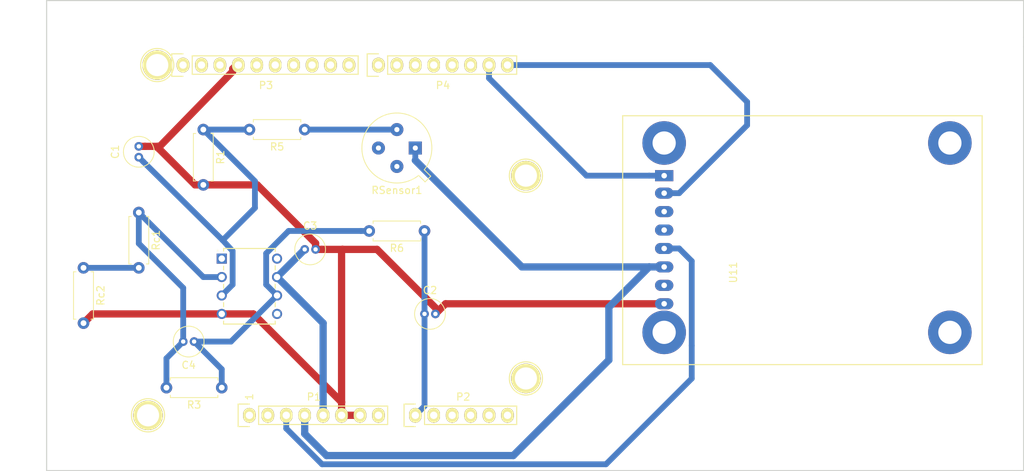
<source format=kicad_pcb>
(kicad_pcb (version 20171130) (host pcbnew 5.1.5-52549c5~84~ubuntu18.04.1)

  (general
    (thickness 1.6)
    (drawings 25)
    (tracks 91)
    (zones 0)
    (modules 21)
    (nets 46)
  )

  (page A4)
  (title_block
    (date "lun. 30 mars 2015")
  )

  (layers
    (0 F.Cu signal)
    (31 B.Cu signal)
    (32 B.Adhes user)
    (33 F.Adhes user)
    (34 B.Paste user)
    (35 F.Paste user)
    (36 B.SilkS user)
    (37 F.SilkS user)
    (38 B.Mask user)
    (39 F.Mask user)
    (40 Dwgs.User user)
    (41 Cmts.User user)
    (42 Eco1.User user)
    (43 Eco2.User user)
    (44 Edge.Cuts user)
    (45 Margin user)
    (46 B.CrtYd user)
    (47 F.CrtYd user)
    (48 B.Fab user)
    (49 F.Fab user)
  )

  (setup
    (last_trace_width 0.8)
    (trace_clearance 0.4)
    (zone_clearance 0.508)
    (zone_45_only no)
    (trace_min 0.2)
    (via_size 1.6)
    (via_drill 0.8)
    (via_min_size 0.4)
    (via_min_drill 0.3)
    (uvia_size 0.3)
    (uvia_drill 0.1)
    (uvias_allowed no)
    (uvia_min_size 0.2)
    (uvia_min_drill 0.1)
    (edge_width 0.15)
    (segment_width 0.15)
    (pcb_text_width 0.3)
    (pcb_text_size 1.5 1.5)
    (mod_edge_width 0.15)
    (mod_text_size 1 1)
    (mod_text_width 0.15)
    (pad_size 4.064 4.064)
    (pad_drill 3.048)
    (pad_to_mask_clearance 0)
    (aux_axis_origin 110.998 126.365)
    (visible_elements FFFFFF7F)
    (pcbplotparams
      (layerselection 0x00030_80000001)
      (usegerberextensions false)
      (usegerberattributes false)
      (usegerberadvancedattributes false)
      (creategerberjobfile false)
      (excludeedgelayer true)
      (linewidth 0.100000)
      (plotframeref false)
      (viasonmask false)
      (mode 1)
      (useauxorigin false)
      (hpglpennumber 1)
      (hpglpenspeed 20)
      (hpglpendiameter 15.000000)
      (psnegative false)
      (psa4output false)
      (plotreference true)
      (plotvalue true)
      (plotinvisibletext false)
      (padsonsilk false)
      (subtractmaskfromsilk false)
      (outputformat 1)
      (mirror false)
      (drillshape 1)
      (scaleselection 1)
      (outputdirectory ""))
  )

  (net 0 "")
  (net 1 /IOREF)
  (net 2 /Reset)
  (net 3 /Vin)
  (net 4 /A0)
  (net 5 /A1)
  (net 6 /A2)
  (net 7 /A3)
  (net 8 /AREF)
  (net 9 "/A4(SDA)")
  (net 10 "/A5(SCL)")
  (net 11 "/9(**)")
  (net 12 /8)
  (net 13 /7)
  (net 14 "/6(**)")
  (net 15 "/5(**)")
  (net 16 /4)
  (net 17 "/3(**)")
  (net 18 /2)
  (net 19 "/1(Tx)")
  (net 20 "/0(Rx)")
  (net 21 "Net-(P5-Pad1)")
  (net 22 "Net-(P6-Pad1)")
  (net 23 "Net-(P7-Pad1)")
  (net 24 "Net-(P8-Pad1)")
  (net 25 "/13(SCK)")
  (net 26 "/10(**/SS)")
  (net 27 "Net-(P1-Pad1)")
  (net 28 +3V3)
  (net 29 "/12(MISO)")
  (net 30 "/11(**/MOSI)")
  (net 31 "Net-(C1-Pad1)")
  (net 32 "Net-(C4-Pad1)")
  (net 33 "Net-(C4-Pad2)")
  (net 34 "Net-(P2-Pad5)")
  (net 35 "Net-(P2-Pad6)")
  (net 36 "Net-(R5-Pad1)")
  (net 37 "Net-(Rc1-Pad2)")
  (net 38 "Net-(U1-Pad1)")
  (net 39 "Net-(U1-Pad5)")
  (net 40 "Net-(U1-Pad8)")
  (net 41 "Net-(U11-Pad3)")
  (net 42 "Net-(U11-Pad4)")
  (net 43 "Net-(U11-Pad7)")
  (net 44 GND)
  (net 45 +5V)

  (net_class Default "This is the default net class."
    (clearance 0.4)
    (trace_width 0.8)
    (via_dia 1.6)
    (via_drill 0.8)
    (uvia_dia 0.3)
    (uvia_drill 0.1)
    (add_net "/0(Rx)")
    (add_net "/1(Tx)")
    (add_net "/10(**/SS)")
    (add_net "/11(**/MOSI)")
    (add_net "/12(MISO)")
    (add_net "/13(SCK)")
    (add_net /2)
    (add_net "/3(**)")
    (add_net /4)
    (add_net "/5(**)")
    (add_net "/6(**)")
    (add_net /7)
    (add_net /8)
    (add_net "/9(**)")
    (add_net /A0)
    (add_net /A1)
    (add_net /A2)
    (add_net /A3)
    (add_net "/A4(SDA)")
    (add_net "/A5(SCL)")
    (add_net /AREF)
    (add_net /IOREF)
    (add_net /Reset)
    (add_net /Vin)
    (add_net "Net-(C1-Pad1)")
    (add_net "Net-(C4-Pad1)")
    (add_net "Net-(C4-Pad2)")
    (add_net "Net-(P1-Pad1)")
    (add_net "Net-(P2-Pad5)")
    (add_net "Net-(P2-Pad6)")
    (add_net "Net-(P5-Pad1)")
    (add_net "Net-(P6-Pad1)")
    (add_net "Net-(P7-Pad1)")
    (add_net "Net-(P8-Pad1)")
    (add_net "Net-(R5-Pad1)")
    (add_net "Net-(Rc1-Pad2)")
    (add_net "Net-(U1-Pad1)")
    (add_net "Net-(U1-Pad5)")
    (add_net "Net-(U1-Pad8)")
    (add_net "Net-(U11-Pad3)")
    (add_net "Net-(U11-Pad4)")
    (add_net "Net-(U11-Pad7)")
  )

  (net_class Power ""
    (clearance 0.4)
    (trace_width 1)
    (via_dia 1.6)
    (via_drill 0.8)
    (uvia_dia 0.3)
    (uvia_drill 0.1)
    (add_net +3V3)
    (add_net +5V)
    (add_net GND)
  )

  (module MyComponent:RN2483_Breakout (layer F.Cu) (tedit 5DFF7E58) (tstamp 5E1A2D01)
    (at 196.088 90.805 270)
    (path /5E1CD92C)
    (fp_text reference U11 (at 13.335 -9.525 90) (layer F.SilkS)
      (effects (font (size 1 1) (thickness 0.15)))
    )
    (fp_text value RN2483A (at 10.795 3.175 90) (layer F.Fab)
      (effects (font (size 1 1) (thickness 0.15)))
    )
    (fp_line (start -8.255 5.715) (end 26.035 5.715) (layer F.SilkS) (width 0.15))
    (fp_line (start 26.035 5.715) (end 26.035 -43.815) (layer F.SilkS) (width 0.15))
    (fp_line (start 26.035 -43.815) (end -8.255 -43.815) (layer F.SilkS) (width 0.15))
    (fp_line (start -8.255 -43.815) (end -8.255 5.715) (layer F.SilkS) (width 0.15))
    (pad 1 thru_hole rect (at 0 0 270) (size 1.524 2.524) (drill 0.762) (layers *.Cu *.Mask)
      (net 19 "/1(Tx)"))
    (pad 2 thru_hole oval (at 2.413 0 270) (size 1.524 2.524) (drill 0.762) (layers *.Cu *.Mask)
      (net 20 "/0(Rx)"))
    (pad 3 thru_hole oval (at 4.953 0 270) (size 1.524 2.524) (drill 0.762) (layers *.Cu *.Mask)
      (net 41 "Net-(U11-Pad3)"))
    (pad 4 thru_hole oval (at 7.493 0 270) (size 1.524 2.524) (drill 0.762) (layers *.Cu *.Mask)
      (net 42 "Net-(U11-Pad4)"))
    (pad 6 thru_hole oval (at 12.573 0 270) (size 1.524 2.524) (drill 0.762) (layers *.Cu *.Mask)
      (net 28 +3V3))
    (pad 5 thru_hole oval (at 10.033 0 270) (size 1.524 2.524) (drill 0.762) (layers *.Cu *.Mask)
      (net 2 /Reset))
    (pad 7 thru_hole oval (at 15.113 0 270) (size 1.524 2.524) (drill 0.762) (layers *.Cu *.Mask)
      (net 43 "Net-(U11-Pad7)"))
    (pad 8 thru_hole oval (at 17.653 0 270) (size 1.524 2.524) (drill 0.762) (layers *.Cu *.Mask)
      (net 44 GND))
    (pad "" np_thru_hole circle (at -4.5 0 270) (size 6 6) (drill 3.2) (layers *.Cu *.Mask))
    (pad "" np_thru_hole circle (at 21.59 0 270) (size 6 6) (drill 3.2) (layers *.Cu *.Mask))
    (pad "" np_thru_hole circle (at -4.5 -39.37 270) (size 6 6) (drill 3.2) (layers *.Cu *.Mask))
    (pad "" np_thru_hole circle (at 21.59 -39.37 270) (size 6 6) (drill 3.2) (layers *.Cu *.Mask))
  )

  (module Socket_Arduino_Uno:Socket_Strip_Arduino_1x08 locked (layer F.Cu) (tedit 552168D2) (tstamp 551AF9EA)
    (at 138.938 123.825)
    (descr "Through hole socket strip")
    (tags "socket strip")
    (path /56D70129)
    (fp_text reference P1 (at 8.89 -2.54) (layer F.SilkS)
      (effects (font (size 1 1) (thickness 0.15)))
    )
    (fp_text value Power (at 8.89 -4.064) (layer F.Fab)
      (effects (font (size 1 1) (thickness 0.15)))
    )
    (fp_line (start -1.75 -1.75) (end -1.75 1.75) (layer F.CrtYd) (width 0.05))
    (fp_line (start 19.55 -1.75) (end 19.55 1.75) (layer F.CrtYd) (width 0.05))
    (fp_line (start -1.75 -1.75) (end 19.55 -1.75) (layer F.CrtYd) (width 0.05))
    (fp_line (start -1.75 1.75) (end 19.55 1.75) (layer F.CrtYd) (width 0.05))
    (fp_line (start 1.27 1.27) (end 19.05 1.27) (layer F.SilkS) (width 0.15))
    (fp_line (start 19.05 1.27) (end 19.05 -1.27) (layer F.SilkS) (width 0.15))
    (fp_line (start 19.05 -1.27) (end 1.27 -1.27) (layer F.SilkS) (width 0.15))
    (fp_line (start -1.55 1.55) (end 0 1.55) (layer F.SilkS) (width 0.15))
    (fp_line (start 1.27 1.27) (end 1.27 -1.27) (layer F.SilkS) (width 0.15))
    (fp_line (start 0 -1.55) (end -1.55 -1.55) (layer F.SilkS) (width 0.15))
    (fp_line (start -1.55 -1.55) (end -1.55 1.55) (layer F.SilkS) (width 0.15))
    (pad 1 thru_hole oval (at 0 0) (size 1.7272 2.032) (drill 1.016) (layers *.Cu *.Mask F.SilkS)
      (net 27 "Net-(P1-Pad1)"))
    (pad 2 thru_hole oval (at 2.54 0) (size 1.7272 2.032) (drill 1.016) (layers *.Cu *.Mask F.SilkS)
      (net 1 /IOREF))
    (pad 3 thru_hole oval (at 5.08 0) (size 1.7272 2.032) (drill 1.016) (layers *.Cu *.Mask F.SilkS)
      (net 2 /Reset))
    (pad 4 thru_hole oval (at 7.62 0) (size 1.7272 2.032) (drill 1.016) (layers *.Cu *.Mask F.SilkS)
      (net 28 +3V3))
    (pad 5 thru_hole oval (at 10.16 0) (size 1.7272 2.032) (drill 1.016) (layers *.Cu *.Mask F.SilkS)
      (net 45 +5V))
    (pad 6 thru_hole oval (at 12.7 0) (size 1.7272 2.032) (drill 1.016) (layers *.Cu *.Mask F.SilkS)
      (net 44 GND))
    (pad 7 thru_hole oval (at 15.24 0) (size 1.7272 2.032) (drill 1.016) (layers *.Cu *.Mask F.SilkS)
      (net 44 GND))
    (pad 8 thru_hole oval (at 17.78 0) (size 1.7272 2.032) (drill 1.016) (layers *.Cu *.Mask F.SilkS)
      (net 3 /Vin))
    (model ${KIPRJMOD}/Socket_Arduino_Uno.3dshapes/Socket_header_Arduino_1x08.wrl
      (offset (xyz 8.889999866485596 0 0))
      (scale (xyz 1 1 1))
      (rotate (xyz 0 0 180))
    )
  )

  (module Socket_Arduino_Uno:Socket_Strip_Arduino_1x06 locked (layer F.Cu) (tedit 552168D6) (tstamp 551AF9FF)
    (at 161.798 123.825)
    (descr "Through hole socket strip")
    (tags "socket strip")
    (path /56D70DD8)
    (fp_text reference P2 (at 6.604 -2.54) (layer F.SilkS)
      (effects (font (size 1 1) (thickness 0.15)))
    )
    (fp_text value Analog (at 6.604 -4.064) (layer F.Fab)
      (effects (font (size 1 1) (thickness 0.15)))
    )
    (fp_line (start -1.75 -1.75) (end -1.75 1.75) (layer F.CrtYd) (width 0.05))
    (fp_line (start 14.45 -1.75) (end 14.45 1.75) (layer F.CrtYd) (width 0.05))
    (fp_line (start -1.75 -1.75) (end 14.45 -1.75) (layer F.CrtYd) (width 0.05))
    (fp_line (start -1.75 1.75) (end 14.45 1.75) (layer F.CrtYd) (width 0.05))
    (fp_line (start 1.27 1.27) (end 13.97 1.27) (layer F.SilkS) (width 0.15))
    (fp_line (start 13.97 1.27) (end 13.97 -1.27) (layer F.SilkS) (width 0.15))
    (fp_line (start 13.97 -1.27) (end 1.27 -1.27) (layer F.SilkS) (width 0.15))
    (fp_line (start -1.55 1.55) (end 0 1.55) (layer F.SilkS) (width 0.15))
    (fp_line (start 1.27 1.27) (end 1.27 -1.27) (layer F.SilkS) (width 0.15))
    (fp_line (start 0 -1.55) (end -1.55 -1.55) (layer F.SilkS) (width 0.15))
    (fp_line (start -1.55 -1.55) (end -1.55 1.55) (layer F.SilkS) (width 0.15))
    (pad 1 thru_hole oval (at 0 0) (size 1.7272 2.032) (drill 1.016) (layers *.Cu *.Mask F.SilkS)
      (net 4 /A0))
    (pad 2 thru_hole oval (at 2.54 0) (size 1.7272 2.032) (drill 1.016) (layers *.Cu *.Mask F.SilkS)
      (net 5 /A1))
    (pad 3 thru_hole oval (at 5.08 0) (size 1.7272 2.032) (drill 1.016) (layers *.Cu *.Mask F.SilkS)
      (net 6 /A2))
    (pad 4 thru_hole oval (at 7.62 0) (size 1.7272 2.032) (drill 1.016) (layers *.Cu *.Mask F.SilkS)
      (net 7 /A3))
    (pad 5 thru_hole oval (at 10.16 0) (size 1.7272 2.032) (drill 1.016) (layers *.Cu *.Mask F.SilkS)
      (net 34 "Net-(P2-Pad5)"))
    (pad 6 thru_hole oval (at 12.7 0) (size 1.7272 2.032) (drill 1.016) (layers *.Cu *.Mask F.SilkS)
      (net 35 "Net-(P2-Pad6)"))
    (model ${KIPRJMOD}/Socket_Arduino_Uno.3dshapes/Socket_header_Arduino_1x06.wrl
      (offset (xyz 6.349999904632568 0 0))
      (scale (xyz 1 1 1))
      (rotate (xyz 0 0 180))
    )
  )

  (module Socket_Arduino_Uno:Socket_Strip_Arduino_1x10 locked (layer F.Cu) (tedit 552168BF) (tstamp 551AFA18)
    (at 129.794 75.565)
    (descr "Through hole socket strip")
    (tags "socket strip")
    (path /56D721E0)
    (fp_text reference P3 (at 11.43 2.794) (layer F.SilkS)
      (effects (font (size 1 1) (thickness 0.15)))
    )
    (fp_text value Digital (at 11.43 4.318) (layer F.Fab)
      (effects (font (size 1 1) (thickness 0.15)))
    )
    (fp_line (start -1.75 -1.75) (end -1.75 1.75) (layer F.CrtYd) (width 0.05))
    (fp_line (start 24.65 -1.75) (end 24.65 1.75) (layer F.CrtYd) (width 0.05))
    (fp_line (start -1.75 -1.75) (end 24.65 -1.75) (layer F.CrtYd) (width 0.05))
    (fp_line (start -1.75 1.75) (end 24.65 1.75) (layer F.CrtYd) (width 0.05))
    (fp_line (start 1.27 1.27) (end 24.13 1.27) (layer F.SilkS) (width 0.15))
    (fp_line (start 24.13 1.27) (end 24.13 -1.27) (layer F.SilkS) (width 0.15))
    (fp_line (start 24.13 -1.27) (end 1.27 -1.27) (layer F.SilkS) (width 0.15))
    (fp_line (start -1.55 1.55) (end 0 1.55) (layer F.SilkS) (width 0.15))
    (fp_line (start 1.27 1.27) (end 1.27 -1.27) (layer F.SilkS) (width 0.15))
    (fp_line (start 0 -1.55) (end -1.55 -1.55) (layer F.SilkS) (width 0.15))
    (fp_line (start -1.55 -1.55) (end -1.55 1.55) (layer F.SilkS) (width 0.15))
    (pad 1 thru_hole oval (at 0 0) (size 1.7272 2.032) (drill 1.016) (layers *.Cu *.Mask F.SilkS)
      (net 10 "/A5(SCL)"))
    (pad 2 thru_hole oval (at 2.54 0) (size 1.7272 2.032) (drill 1.016) (layers *.Cu *.Mask F.SilkS)
      (net 9 "/A4(SDA)"))
    (pad 3 thru_hole oval (at 5.08 0) (size 1.7272 2.032) (drill 1.016) (layers *.Cu *.Mask F.SilkS)
      (net 8 /AREF))
    (pad 4 thru_hole oval (at 7.62 0) (size 1.7272 2.032) (drill 1.016) (layers *.Cu *.Mask F.SilkS)
      (net 44 GND))
    (pad 5 thru_hole oval (at 10.16 0) (size 1.7272 2.032) (drill 1.016) (layers *.Cu *.Mask F.SilkS)
      (net 25 "/13(SCK)"))
    (pad 6 thru_hole oval (at 12.7 0) (size 1.7272 2.032) (drill 1.016) (layers *.Cu *.Mask F.SilkS)
      (net 29 "/12(MISO)"))
    (pad 7 thru_hole oval (at 15.24 0) (size 1.7272 2.032) (drill 1.016) (layers *.Cu *.Mask F.SilkS)
      (net 30 "/11(**/MOSI)"))
    (pad 8 thru_hole oval (at 17.78 0) (size 1.7272 2.032) (drill 1.016) (layers *.Cu *.Mask F.SilkS)
      (net 26 "/10(**/SS)"))
    (pad 9 thru_hole oval (at 20.32 0) (size 1.7272 2.032) (drill 1.016) (layers *.Cu *.Mask F.SilkS)
      (net 11 "/9(**)"))
    (pad 10 thru_hole oval (at 22.86 0) (size 1.7272 2.032) (drill 1.016) (layers *.Cu *.Mask F.SilkS)
      (net 12 /8))
    (model ${KIPRJMOD}/Socket_Arduino_Uno.3dshapes/Socket_header_Arduino_1x10.wrl
      (offset (xyz 11.42999982833862 0 0))
      (scale (xyz 1 1 1))
      (rotate (xyz 0 0 180))
    )
  )

  (module Socket_Arduino_Uno:Socket_Strip_Arduino_1x08 locked (layer F.Cu) (tedit 552168C7) (tstamp 551AFA2F)
    (at 156.718 75.565)
    (descr "Through hole socket strip")
    (tags "socket strip")
    (path /56D7164F)
    (fp_text reference P4 (at 8.89 2.794) (layer F.SilkS)
      (effects (font (size 1 1) (thickness 0.15)))
    )
    (fp_text value Digital (at 8.89 4.318) (layer F.Fab)
      (effects (font (size 1 1) (thickness 0.15)))
    )
    (fp_line (start -1.75 -1.75) (end -1.75 1.75) (layer F.CrtYd) (width 0.05))
    (fp_line (start 19.55 -1.75) (end 19.55 1.75) (layer F.CrtYd) (width 0.05))
    (fp_line (start -1.75 -1.75) (end 19.55 -1.75) (layer F.CrtYd) (width 0.05))
    (fp_line (start -1.75 1.75) (end 19.55 1.75) (layer F.CrtYd) (width 0.05))
    (fp_line (start 1.27 1.27) (end 19.05 1.27) (layer F.SilkS) (width 0.15))
    (fp_line (start 19.05 1.27) (end 19.05 -1.27) (layer F.SilkS) (width 0.15))
    (fp_line (start 19.05 -1.27) (end 1.27 -1.27) (layer F.SilkS) (width 0.15))
    (fp_line (start -1.55 1.55) (end 0 1.55) (layer F.SilkS) (width 0.15))
    (fp_line (start 1.27 1.27) (end 1.27 -1.27) (layer F.SilkS) (width 0.15))
    (fp_line (start 0 -1.55) (end -1.55 -1.55) (layer F.SilkS) (width 0.15))
    (fp_line (start -1.55 -1.55) (end -1.55 1.55) (layer F.SilkS) (width 0.15))
    (pad 1 thru_hole oval (at 0 0) (size 1.7272 2.032) (drill 1.016) (layers *.Cu *.Mask F.SilkS)
      (net 13 /7))
    (pad 2 thru_hole oval (at 2.54 0) (size 1.7272 2.032) (drill 1.016) (layers *.Cu *.Mask F.SilkS)
      (net 14 "/6(**)"))
    (pad 3 thru_hole oval (at 5.08 0) (size 1.7272 2.032) (drill 1.016) (layers *.Cu *.Mask F.SilkS)
      (net 15 "/5(**)"))
    (pad 4 thru_hole oval (at 7.62 0) (size 1.7272 2.032) (drill 1.016) (layers *.Cu *.Mask F.SilkS)
      (net 16 /4))
    (pad 5 thru_hole oval (at 10.16 0) (size 1.7272 2.032) (drill 1.016) (layers *.Cu *.Mask F.SilkS)
      (net 17 "/3(**)"))
    (pad 6 thru_hole oval (at 12.7 0) (size 1.7272 2.032) (drill 1.016) (layers *.Cu *.Mask F.SilkS)
      (net 18 /2))
    (pad 7 thru_hole oval (at 15.24 0) (size 1.7272 2.032) (drill 1.016) (layers *.Cu *.Mask F.SilkS)
      (net 19 "/1(Tx)"))
    (pad 8 thru_hole oval (at 17.78 0) (size 1.7272 2.032) (drill 1.016) (layers *.Cu *.Mask F.SilkS)
      (net 20 "/0(Rx)"))
    (model ${KIPRJMOD}/Socket_Arduino_Uno.3dshapes/Socket_header_Arduino_1x08.wrl
      (offset (xyz 8.889999866485596 0 0))
      (scale (xyz 1 1 1))
      (rotate (xyz 0 0 180))
    )
  )

  (module Socket_Arduino_Uno:Arduino_1pin locked (layer F.Cu) (tedit 5524FC39) (tstamp 5524FC3F)
    (at 124.968 123.825)
    (descr "module 1 pin (ou trou mecanique de percage)")
    (tags DEV)
    (path /56D71177)
    (fp_text reference P5 (at 0 -3.048) (layer F.SilkS) hide
      (effects (font (size 1 1) (thickness 0.15)))
    )
    (fp_text value CONN_01X01 (at 0 2.794) (layer F.Fab) hide
      (effects (font (size 1 1) (thickness 0.15)))
    )
    (fp_circle (center 0 0) (end 0 -2.286) (layer F.SilkS) (width 0.15))
    (pad 1 thru_hole circle (at 0 0) (size 4.064 4.064) (drill 3.048) (layers *.Cu *.Mask F.SilkS)
      (net 21 "Net-(P5-Pad1)"))
  )

  (module Socket_Arduino_Uno:Arduino_1pin locked (layer F.Cu) (tedit 5524FC4A) (tstamp 5524FC44)
    (at 177.038 118.745)
    (descr "module 1 pin (ou trou mecanique de percage)")
    (tags DEV)
    (path /56D71274)
    (fp_text reference P6 (at 0 -3.048) (layer F.SilkS) hide
      (effects (font (size 1 1) (thickness 0.15)))
    )
    (fp_text value CONN_01X01 (at 0 2.794) (layer F.Fab) hide
      (effects (font (size 1 1) (thickness 0.15)))
    )
    (fp_circle (center 0 0) (end 0 -2.286) (layer F.SilkS) (width 0.15))
    (pad 1 thru_hole circle (at 0 0) (size 4.064 4.064) (drill 3.048) (layers *.Cu *.Mask F.SilkS)
      (net 22 "Net-(P6-Pad1)"))
  )

  (module Socket_Arduino_Uno:Arduino_1pin locked (layer F.Cu) (tedit 5524FC2F) (tstamp 5524FC49)
    (at 126.238 75.565)
    (descr "module 1 pin (ou trou mecanique de percage)")
    (tags DEV)
    (path /56D712A8)
    (fp_text reference P7 (at 0 -3.048) (layer F.SilkS) hide
      (effects (font (size 1 1) (thickness 0.15)))
    )
    (fp_text value CONN_01X01 (at 0 2.794) (layer F.Fab) hide
      (effects (font (size 1 1) (thickness 0.15)))
    )
    (fp_circle (center 0 0) (end 0 -2.286) (layer F.SilkS) (width 0.15))
    (pad 1 thru_hole circle (at 0 0) (size 4.064 4.064) (drill 3.048) (layers *.Cu *.Mask F.SilkS)
      (net 23 "Net-(P7-Pad1)"))
  )

  (module Socket_Arduino_Uno:Arduino_1pin locked (layer F.Cu) (tedit 5524FC41) (tstamp 5524FC4E)
    (at 177.038 90.805)
    (descr "module 1 pin (ou trou mecanique de percage)")
    (tags DEV)
    (path /56D712DB)
    (fp_text reference P8 (at 0 -3.048) (layer F.SilkS) hide
      (effects (font (size 1 1) (thickness 0.15)))
    )
    (fp_text value CONN_01X01 (at 0 2.794) (layer F.Fab) hide
      (effects (font (size 1 1) (thickness 0.15)))
    )
    (fp_circle (center 0 0) (end 0 -2.286) (layer F.SilkS) (width 0.15))
    (pad 1 thru_hole circle (at 0 0) (size 4.064 4.064) (drill 3.048) (layers *.Cu *.Mask F.SilkS)
      (net 24 "Net-(P8-Pad1)"))
  )

  (module Capacitor_THT:C_Radial_D4.0mm_H5.0mm_P1.50mm (layer F.Cu) (tedit 5BC5C9B9) (tstamp 5E1A4088)
    (at 123.698 88.265 90)
    (descr "C, Radial series, Radial, pin pitch=1.50mm, diameter=4mm, height=5mm, Non-Polar Electrolytic Capacitor")
    (tags "C Radial series Radial pin pitch 1.50mm diameter 4mm height 5mm Non-Polar Electrolytic Capacitor")
    (path /5E1BFFCF)
    (fp_text reference C1 (at 0.75 -3.25 90) (layer F.SilkS)
      (effects (font (size 1 1) (thickness 0.15)))
    )
    (fp_text value 100n (at 0.75 3.25 90) (layer F.Fab)
      (effects (font (size 1 1) (thickness 0.15)))
    )
    (fp_circle (center 0.75 0) (end 2.75 0) (layer F.Fab) (width 0.1))
    (fp_circle (center 0.75 0) (end 2.87 0) (layer F.SilkS) (width 0.12))
    (fp_circle (center 0.75 0) (end 3 0) (layer F.CrtYd) (width 0.05))
    (fp_text user %R (at 0.75 0 90) (layer F.Fab)
      (effects (font (size 0.8 0.8) (thickness 0.12)))
    )
    (pad 1 thru_hole circle (at 0 0 90) (size 1.2 1.2) (drill 0.6) (layers *.Cu *.Mask)
      (net 31 "Net-(C1-Pad1)"))
    (pad 2 thru_hole circle (at 1.5 0 90) (size 1.2 1.2) (drill 0.6) (layers *.Cu *.Mask)
      (net 44 GND))
    (model ${KISYS3DMOD}/Capacitor_THT.3dshapes/C_Radial_D4.0mm_H5.0mm_P1.50mm.wrl
      (at (xyz 0 0 0))
      (scale (xyz 1 1 1))
      (rotate (xyz 0 0 0))
    )
  )

  (module Capacitor_THT:C_Radial_D4.0mm_H5.0mm_P1.50mm (layer F.Cu) (tedit 5BC5C9B9) (tstamp 5E1A2BF8)
    (at 163.068 109.855)
    (descr "C, Radial series, Radial, pin pitch=1.50mm, diameter=4mm, height=5mm, Non-Polar Electrolytic Capacitor")
    (tags "C Radial series Radial pin pitch 1.50mm diameter 4mm height 5mm Non-Polar Electrolytic Capacitor")
    (path /5E26F19B)
    (fp_text reference C2 (at 0.75 -3.25) (layer F.SilkS)
      (effects (font (size 1 1) (thickness 0.15)))
    )
    (fp_text value 100n (at 0.75 3.25) (layer F.Fab)
      (effects (font (size 1 1) (thickness 0.15)))
    )
    (fp_text user %R (at 0.75 0) (layer F.Fab)
      (effects (font (size 0.8 0.8) (thickness 0.12)))
    )
    (fp_circle (center 0.75 0) (end 3 0) (layer F.CrtYd) (width 0.05))
    (fp_circle (center 0.75 0) (end 2.87 0) (layer F.SilkS) (width 0.12))
    (fp_circle (center 0.75 0) (end 2.75 0) (layer F.Fab) (width 0.1))
    (pad 2 thru_hole circle (at 1.5 0) (size 1.2 1.2) (drill 0.6) (layers *.Cu *.Mask)
      (net 44 GND))
    (pad 1 thru_hole circle (at 0 0) (size 1.2 1.2) (drill 0.6) (layers *.Cu *.Mask)
      (net 4 /A0))
    (model ${KISYS3DMOD}/Capacitor_THT.3dshapes/C_Radial_D4.0mm_H5.0mm_P1.50mm.wrl
      (at (xyz 0 0 0))
      (scale (xyz 1 1 1))
      (rotate (xyz 0 0 0))
    )
  )

  (module Capacitor_THT:C_Radial_D4.0mm_H5.0mm_P1.50mm (layer F.Cu) (tedit 5BC5C9B9) (tstamp 5E1A2C02)
    (at 146.558 100.965)
    (descr "C, Radial series, Radial, pin pitch=1.50mm, diameter=4mm, height=5mm, Non-Polar Electrolytic Capacitor")
    (tags "C Radial series Radial pin pitch 1.50mm diameter 4mm height 5mm Non-Polar Electrolytic Capacitor")
    (path /5E1C0E01)
    (fp_text reference C3 (at 0.75 -3.25) (layer F.SilkS)
      (effects (font (size 1 1) (thickness 0.15)))
    )
    (fp_text value 100n (at 0.75 3.25) (layer F.Fab)
      (effects (font (size 1 1) (thickness 0.15)))
    )
    (fp_text user %R (at 0.75 0) (layer F.Fab)
      (effects (font (size 0.8 0.8) (thickness 0.12)))
    )
    (fp_circle (center 0.75 0) (end 3 0) (layer F.CrtYd) (width 0.05))
    (fp_circle (center 0.75 0) (end 2.87 0) (layer F.SilkS) (width 0.12))
    (fp_circle (center 0.75 0) (end 2.75 0) (layer F.Fab) (width 0.1))
    (pad 2 thru_hole circle (at 1.5 0) (size 1.2 1.2) (drill 0.6) (layers *.Cu *.Mask)
      (net 44 GND))
    (pad 1 thru_hole circle (at 0 0) (size 1.2 1.2) (drill 0.6) (layers *.Cu *.Mask)
      (net 45 +5V))
    (model ${KISYS3DMOD}/Capacitor_THT.3dshapes/C_Radial_D4.0mm_H5.0mm_P1.50mm.wrl
      (at (xyz 0 0 0))
      (scale (xyz 1 1 1))
      (rotate (xyz 0 0 0))
    )
  )

  (module Capacitor_THT:C_Radial_D4.0mm_H5.0mm_P1.50mm (layer F.Cu) (tedit 5BC5C9B9) (tstamp 5E1A2C0C)
    (at 131.318 113.665 180)
    (descr "C, Radial series, Radial, pin pitch=1.50mm, diameter=4mm, height=5mm, Non-Polar Electrolytic Capacitor")
    (tags "C Radial series Radial pin pitch 1.50mm diameter 4mm height 5mm Non-Polar Electrolytic Capacitor")
    (path /5E1C16EB)
    (fp_text reference C4 (at 0.75 -3.25) (layer F.SilkS)
      (effects (font (size 1 1) (thickness 0.15)))
    )
    (fp_text value 1μ (at 0.75 3.25) (layer F.Fab)
      (effects (font (size 1 1) (thickness 0.15)))
    )
    (fp_circle (center 0.75 0) (end 2.75 0) (layer F.Fab) (width 0.1))
    (fp_circle (center 0.75 0) (end 2.87 0) (layer F.SilkS) (width 0.12))
    (fp_circle (center 0.75 0) (end 3 0) (layer F.CrtYd) (width 0.05))
    (fp_text user %R (at 0.75 0) (layer F.Fab)
      (effects (font (size 0.8 0.8) (thickness 0.12)))
    )
    (pad 1 thru_hole circle (at 0 0 180) (size 1.2 1.2) (drill 0.6) (layers *.Cu *.Mask)
      (net 32 "Net-(C4-Pad1)"))
    (pad 2 thru_hole circle (at 1.5 0 180) (size 1.2 1.2) (drill 0.6) (layers *.Cu *.Mask)
      (net 33 "Net-(C4-Pad2)"))
    (model ${KISYS3DMOD}/Capacitor_THT.3dshapes/C_Radial_D4.0mm_H5.0mm_P1.50mm.wrl
      (at (xyz 0 0 0))
      (scale (xyz 1 1 1))
      (rotate (xyz 0 0 0))
    )
  )

  (module Resistor_THT:R_Axial_DIN0207_L6.3mm_D2.5mm_P7.62mm_Horizontal (layer F.Cu) (tedit 5AE5139B) (tstamp 5E1A40C7)
    (at 132.588 84.455 270)
    (descr "Resistor, Axial_DIN0207 series, Axial, Horizontal, pin pitch=7.62mm, 0.25W = 1/4W, length*diameter=6.3*2.5mm^2, http://cdn-reichelt.de/documents/datenblatt/B400/1_4W%23YAG.pdf")
    (tags "Resistor Axial_DIN0207 series Axial Horizontal pin pitch 7.62mm 0.25W = 1/4W length 6.3mm diameter 2.5mm")
    (path /5E1A42ED)
    (fp_text reference R1 (at 3.81 -2.37 90) (layer F.SilkS)
      (effects (font (size 1 1) (thickness 0.15)))
    )
    (fp_text value 100k (at 3.81 2.37 90) (layer F.Fab)
      (effects (font (size 1 1) (thickness 0.15)))
    )
    (fp_line (start 0.66 -1.25) (end 0.66 1.25) (layer F.Fab) (width 0.1))
    (fp_line (start 0.66 1.25) (end 6.96 1.25) (layer F.Fab) (width 0.1))
    (fp_line (start 6.96 1.25) (end 6.96 -1.25) (layer F.Fab) (width 0.1))
    (fp_line (start 6.96 -1.25) (end 0.66 -1.25) (layer F.Fab) (width 0.1))
    (fp_line (start 0 0) (end 0.66 0) (layer F.Fab) (width 0.1))
    (fp_line (start 7.62 0) (end 6.96 0) (layer F.Fab) (width 0.1))
    (fp_line (start 0.54 -1.04) (end 0.54 -1.37) (layer F.SilkS) (width 0.12))
    (fp_line (start 0.54 -1.37) (end 7.08 -1.37) (layer F.SilkS) (width 0.12))
    (fp_line (start 7.08 -1.37) (end 7.08 -1.04) (layer F.SilkS) (width 0.12))
    (fp_line (start 0.54 1.04) (end 0.54 1.37) (layer F.SilkS) (width 0.12))
    (fp_line (start 0.54 1.37) (end 7.08 1.37) (layer F.SilkS) (width 0.12))
    (fp_line (start 7.08 1.37) (end 7.08 1.04) (layer F.SilkS) (width 0.12))
    (fp_line (start -1.05 -1.5) (end -1.05 1.5) (layer F.CrtYd) (width 0.05))
    (fp_line (start -1.05 1.5) (end 8.67 1.5) (layer F.CrtYd) (width 0.05))
    (fp_line (start 8.67 1.5) (end 8.67 -1.5) (layer F.CrtYd) (width 0.05))
    (fp_line (start 8.67 -1.5) (end -1.05 -1.5) (layer F.CrtYd) (width 0.05))
    (fp_text user %R (at 3.81 0 90) (layer F.Fab)
      (effects (font (size 1 1) (thickness 0.15)))
    )
    (pad 1 thru_hole circle (at 0 0 270) (size 1.6 1.6) (drill 0.8) (layers *.Cu *.Mask)
      (net 31 "Net-(C1-Pad1)"))
    (pad 2 thru_hole oval (at 7.62 0 270) (size 1.6 1.6) (drill 0.8) (layers *.Cu *.Mask)
      (net 44 GND))
    (model ${KISYS3DMOD}/Resistor_THT.3dshapes/R_Axial_DIN0207_L6.3mm_D2.5mm_P7.62mm_Horizontal.wrl
      (at (xyz 0 0 0))
      (scale (xyz 1 1 1))
      (rotate (xyz 0 0 0))
    )
  )

  (module Resistor_THT:R_Axial_DIN0207_L6.3mm_D2.5mm_P7.62mm_Horizontal (layer F.Cu) (tedit 5AE5139B) (tstamp 5E1A2C3A)
    (at 135.128 120.015 180)
    (descr "Resistor, Axial_DIN0207 series, Axial, Horizontal, pin pitch=7.62mm, 0.25W = 1/4W, length*diameter=6.3*2.5mm^2, http://cdn-reichelt.de/documents/datenblatt/B400/1_4W%23YAG.pdf")
    (tags "Resistor Axial_DIN0207 series Axial Horizontal pin pitch 7.62mm 0.25W = 1/4W length 6.3mm diameter 2.5mm")
    (path /5E1A4A3E)
    (fp_text reference R3 (at 3.81 -2.37) (layer F.SilkS)
      (effects (font (size 1 1) (thickness 0.15)))
    )
    (fp_text value 100k (at 3.81 2.37) (layer F.Fab)
      (effects (font (size 1 1) (thickness 0.15)))
    )
    (fp_text user %R (at 3.81 0) (layer F.Fab)
      (effects (font (size 1 1) (thickness 0.15)))
    )
    (fp_line (start 8.67 -1.5) (end -1.05 -1.5) (layer F.CrtYd) (width 0.05))
    (fp_line (start 8.67 1.5) (end 8.67 -1.5) (layer F.CrtYd) (width 0.05))
    (fp_line (start -1.05 1.5) (end 8.67 1.5) (layer F.CrtYd) (width 0.05))
    (fp_line (start -1.05 -1.5) (end -1.05 1.5) (layer F.CrtYd) (width 0.05))
    (fp_line (start 7.08 1.37) (end 7.08 1.04) (layer F.SilkS) (width 0.12))
    (fp_line (start 0.54 1.37) (end 7.08 1.37) (layer F.SilkS) (width 0.12))
    (fp_line (start 0.54 1.04) (end 0.54 1.37) (layer F.SilkS) (width 0.12))
    (fp_line (start 7.08 -1.37) (end 7.08 -1.04) (layer F.SilkS) (width 0.12))
    (fp_line (start 0.54 -1.37) (end 7.08 -1.37) (layer F.SilkS) (width 0.12))
    (fp_line (start 0.54 -1.04) (end 0.54 -1.37) (layer F.SilkS) (width 0.12))
    (fp_line (start 7.62 0) (end 6.96 0) (layer F.Fab) (width 0.1))
    (fp_line (start 0 0) (end 0.66 0) (layer F.Fab) (width 0.1))
    (fp_line (start 6.96 -1.25) (end 0.66 -1.25) (layer F.Fab) (width 0.1))
    (fp_line (start 6.96 1.25) (end 6.96 -1.25) (layer F.Fab) (width 0.1))
    (fp_line (start 0.66 1.25) (end 6.96 1.25) (layer F.Fab) (width 0.1))
    (fp_line (start 0.66 -1.25) (end 0.66 1.25) (layer F.Fab) (width 0.1))
    (pad 2 thru_hole oval (at 7.62 0 180) (size 1.6 1.6) (drill 0.8) (layers *.Cu *.Mask)
      (net 33 "Net-(C4-Pad2)"))
    (pad 1 thru_hole circle (at 0 0 180) (size 1.6 1.6) (drill 0.8) (layers *.Cu *.Mask)
      (net 32 "Net-(C4-Pad1)"))
    (model ${KISYS3DMOD}/Resistor_THT.3dshapes/R_Axial_DIN0207_L6.3mm_D2.5mm_P7.62mm_Horizontal.wrl
      (at (xyz 0 0 0))
      (scale (xyz 1 1 1))
      (rotate (xyz 0 0 0))
    )
  )

  (module Resistor_THT:R_Axial_DIN0207_L6.3mm_D2.5mm_P7.62mm_Horizontal (layer F.Cu) (tedit 5AE5139B) (tstamp 5E1A2C51)
    (at 146.558 84.455 180)
    (descr "Resistor, Axial_DIN0207 series, Axial, Horizontal, pin pitch=7.62mm, 0.25W = 1/4W, length*diameter=6.3*2.5mm^2, http://cdn-reichelt.de/documents/datenblatt/B400/1_4W%23YAG.pdf")
    (tags "Resistor Axial_DIN0207 series Axial Horizontal pin pitch 7.62mm 0.25W = 1/4W length 6.3mm diameter 2.5mm")
    (path /5E1A4031)
    (fp_text reference R5 (at 3.81 -2.37) (layer F.SilkS)
      (effects (font (size 1 1) (thickness 0.15)))
    )
    (fp_text value 10k (at 3.81 2.37) (layer F.Fab)
      (effects (font (size 1 1) (thickness 0.15)))
    )
    (fp_text user %R (at 3.81 0) (layer F.Fab)
      (effects (font (size 1 1) (thickness 0.15)))
    )
    (fp_line (start 8.67 -1.5) (end -1.05 -1.5) (layer F.CrtYd) (width 0.05))
    (fp_line (start 8.67 1.5) (end 8.67 -1.5) (layer F.CrtYd) (width 0.05))
    (fp_line (start -1.05 1.5) (end 8.67 1.5) (layer F.CrtYd) (width 0.05))
    (fp_line (start -1.05 -1.5) (end -1.05 1.5) (layer F.CrtYd) (width 0.05))
    (fp_line (start 7.08 1.37) (end 7.08 1.04) (layer F.SilkS) (width 0.12))
    (fp_line (start 0.54 1.37) (end 7.08 1.37) (layer F.SilkS) (width 0.12))
    (fp_line (start 0.54 1.04) (end 0.54 1.37) (layer F.SilkS) (width 0.12))
    (fp_line (start 7.08 -1.37) (end 7.08 -1.04) (layer F.SilkS) (width 0.12))
    (fp_line (start 0.54 -1.37) (end 7.08 -1.37) (layer F.SilkS) (width 0.12))
    (fp_line (start 0.54 -1.04) (end 0.54 -1.37) (layer F.SilkS) (width 0.12))
    (fp_line (start 7.62 0) (end 6.96 0) (layer F.Fab) (width 0.1))
    (fp_line (start 0 0) (end 0.66 0) (layer F.Fab) (width 0.1))
    (fp_line (start 6.96 -1.25) (end 0.66 -1.25) (layer F.Fab) (width 0.1))
    (fp_line (start 6.96 1.25) (end 6.96 -1.25) (layer F.Fab) (width 0.1))
    (fp_line (start 0.66 1.25) (end 6.96 1.25) (layer F.Fab) (width 0.1))
    (fp_line (start 0.66 -1.25) (end 0.66 1.25) (layer F.Fab) (width 0.1))
    (pad 2 thru_hole oval (at 7.62 0 180) (size 1.6 1.6) (drill 0.8) (layers *.Cu *.Mask)
      (net 31 "Net-(C1-Pad1)"))
    (pad 1 thru_hole circle (at 0 0 180) (size 1.6 1.6) (drill 0.8) (layers *.Cu *.Mask)
      (net 36 "Net-(R5-Pad1)"))
    (model ${KISYS3DMOD}/Resistor_THT.3dshapes/R_Axial_DIN0207_L6.3mm_D2.5mm_P7.62mm_Horizontal.wrl
      (at (xyz 0 0 0))
      (scale (xyz 1 1 1))
      (rotate (xyz 0 0 0))
    )
  )

  (module Resistor_THT:R_Axial_DIN0207_L6.3mm_D2.5mm_P7.62mm_Horizontal (layer F.Cu) (tedit 5AE5139B) (tstamp 5E1A2C68)
    (at 163.068 98.425 180)
    (descr "Resistor, Axial_DIN0207 series, Axial, Horizontal, pin pitch=7.62mm, 0.25W = 1/4W, length*diameter=6.3*2.5mm^2, http://cdn-reichelt.de/documents/datenblatt/B400/1_4W%23YAG.pdf")
    (tags "Resistor Axial_DIN0207 series Axial Horizontal pin pitch 7.62mm 0.25W = 1/4W length 6.3mm diameter 2.5mm")
    (path /5E1A4FC9)
    (fp_text reference R6 (at 3.81 -2.37) (layer F.SilkS)
      (effects (font (size 1 1) (thickness 0.15)))
    )
    (fp_text value 1k (at 3.81 2.37) (layer F.Fab)
      (effects (font (size 1 1) (thickness 0.15)))
    )
    (fp_text user %R (at 3.81 0) (layer F.Fab)
      (effects (font (size 1 1) (thickness 0.15)))
    )
    (fp_line (start 8.67 -1.5) (end -1.05 -1.5) (layer F.CrtYd) (width 0.05))
    (fp_line (start 8.67 1.5) (end 8.67 -1.5) (layer F.CrtYd) (width 0.05))
    (fp_line (start -1.05 1.5) (end 8.67 1.5) (layer F.CrtYd) (width 0.05))
    (fp_line (start -1.05 -1.5) (end -1.05 1.5) (layer F.CrtYd) (width 0.05))
    (fp_line (start 7.08 1.37) (end 7.08 1.04) (layer F.SilkS) (width 0.12))
    (fp_line (start 0.54 1.37) (end 7.08 1.37) (layer F.SilkS) (width 0.12))
    (fp_line (start 0.54 1.04) (end 0.54 1.37) (layer F.SilkS) (width 0.12))
    (fp_line (start 7.08 -1.37) (end 7.08 -1.04) (layer F.SilkS) (width 0.12))
    (fp_line (start 0.54 -1.37) (end 7.08 -1.37) (layer F.SilkS) (width 0.12))
    (fp_line (start 0.54 -1.04) (end 0.54 -1.37) (layer F.SilkS) (width 0.12))
    (fp_line (start 7.62 0) (end 6.96 0) (layer F.Fab) (width 0.1))
    (fp_line (start 0 0) (end 0.66 0) (layer F.Fab) (width 0.1))
    (fp_line (start 6.96 -1.25) (end 0.66 -1.25) (layer F.Fab) (width 0.1))
    (fp_line (start 6.96 1.25) (end 6.96 -1.25) (layer F.Fab) (width 0.1))
    (fp_line (start 0.66 1.25) (end 6.96 1.25) (layer F.Fab) (width 0.1))
    (fp_line (start 0.66 -1.25) (end 0.66 1.25) (layer F.Fab) (width 0.1))
    (pad 2 thru_hole oval (at 7.62 0 180) (size 1.6 1.6) (drill 0.8) (layers *.Cu *.Mask)
      (net 32 "Net-(C4-Pad1)"))
    (pad 1 thru_hole circle (at 0 0 180) (size 1.6 1.6) (drill 0.8) (layers *.Cu *.Mask)
      (net 4 /A0))
    (model ${KISYS3DMOD}/Resistor_THT.3dshapes/R_Axial_DIN0207_L6.3mm_D2.5mm_P7.62mm_Horizontal.wrl
      (at (xyz 0 0 0))
      (scale (xyz 1 1 1))
      (rotate (xyz 0 0 0))
    )
  )

  (module Resistor_THT:R_Axial_DIN0207_L6.3mm_D2.5mm_P7.62mm_Horizontal (layer F.Cu) (tedit 5AE5139B) (tstamp 5E1A2C7F)
    (at 123.698 95.885 270)
    (descr "Resistor, Axial_DIN0207 series, Axial, Horizontal, pin pitch=7.62mm, 0.25W = 1/4W, length*diameter=6.3*2.5mm^2, http://cdn-reichelt.de/documents/datenblatt/B400/1_4W%23YAG.pdf")
    (tags "Resistor Axial_DIN0207 series Axial Horizontal pin pitch 7.62mm 0.25W = 1/4W length 6.3mm diameter 2.5mm")
    (path /5E1A47A1)
    (fp_text reference Rc1 (at 3.81 -2.37 90) (layer F.SilkS)
      (effects (font (size 1 1) (thickness 0.15)))
    )
    (fp_text value R (at 3.81 2.37 90) (layer F.Fab)
      (effects (font (size 1 1) (thickness 0.15)))
    )
    (fp_line (start 0.66 -1.25) (end 0.66 1.25) (layer F.Fab) (width 0.1))
    (fp_line (start 0.66 1.25) (end 6.96 1.25) (layer F.Fab) (width 0.1))
    (fp_line (start 6.96 1.25) (end 6.96 -1.25) (layer F.Fab) (width 0.1))
    (fp_line (start 6.96 -1.25) (end 0.66 -1.25) (layer F.Fab) (width 0.1))
    (fp_line (start 0 0) (end 0.66 0) (layer F.Fab) (width 0.1))
    (fp_line (start 7.62 0) (end 6.96 0) (layer F.Fab) (width 0.1))
    (fp_line (start 0.54 -1.04) (end 0.54 -1.37) (layer F.SilkS) (width 0.12))
    (fp_line (start 0.54 -1.37) (end 7.08 -1.37) (layer F.SilkS) (width 0.12))
    (fp_line (start 7.08 -1.37) (end 7.08 -1.04) (layer F.SilkS) (width 0.12))
    (fp_line (start 0.54 1.04) (end 0.54 1.37) (layer F.SilkS) (width 0.12))
    (fp_line (start 0.54 1.37) (end 7.08 1.37) (layer F.SilkS) (width 0.12))
    (fp_line (start 7.08 1.37) (end 7.08 1.04) (layer F.SilkS) (width 0.12))
    (fp_line (start -1.05 -1.5) (end -1.05 1.5) (layer F.CrtYd) (width 0.05))
    (fp_line (start -1.05 1.5) (end 8.67 1.5) (layer F.CrtYd) (width 0.05))
    (fp_line (start 8.67 1.5) (end 8.67 -1.5) (layer F.CrtYd) (width 0.05))
    (fp_line (start 8.67 -1.5) (end -1.05 -1.5) (layer F.CrtYd) (width 0.05))
    (fp_text user %R (at 3.81 0 90) (layer F.Fab)
      (effects (font (size 1 1) (thickness 0.15)))
    )
    (pad 1 thru_hole circle (at 0 0 270) (size 1.6 1.6) (drill 0.8) (layers *.Cu *.Mask)
      (net 33 "Net-(C4-Pad2)"))
    (pad 2 thru_hole oval (at 7.62 0 270) (size 1.6 1.6) (drill 0.8) (layers *.Cu *.Mask)
      (net 37 "Net-(Rc1-Pad2)"))
    (model ${KISYS3DMOD}/Resistor_THT.3dshapes/R_Axial_DIN0207_L6.3mm_D2.5mm_P7.62mm_Horizontal.wrl
      (at (xyz 0 0 0))
      (scale (xyz 1 1 1))
      (rotate (xyz 0 0 0))
    )
  )

  (module Resistor_THT:R_Axial_DIN0207_L6.3mm_D2.5mm_P7.62mm_Horizontal (layer F.Cu) (tedit 5AE5139B) (tstamp 5E1A2C96)
    (at 116.078 103.505 270)
    (descr "Resistor, Axial_DIN0207 series, Axial, Horizontal, pin pitch=7.62mm, 0.25W = 1/4W, length*diameter=6.3*2.5mm^2, http://cdn-reichelt.de/documents/datenblatt/B400/1_4W%23YAG.pdf")
    (tags "Resistor Axial_DIN0207 series Axial Horizontal pin pitch 7.62mm 0.25W = 1/4W length 6.3mm diameter 2.5mm")
    (path /5E1A4D12)
    (fp_text reference Rc2 (at 3.81 -2.37 90) (layer F.SilkS)
      (effects (font (size 1 1) (thickness 0.15)))
    )
    (fp_text value R (at 3.81 2.37 90) (layer F.Fab)
      (effects (font (size 1 1) (thickness 0.15)))
    )
    (fp_line (start 0.66 -1.25) (end 0.66 1.25) (layer F.Fab) (width 0.1))
    (fp_line (start 0.66 1.25) (end 6.96 1.25) (layer F.Fab) (width 0.1))
    (fp_line (start 6.96 1.25) (end 6.96 -1.25) (layer F.Fab) (width 0.1))
    (fp_line (start 6.96 -1.25) (end 0.66 -1.25) (layer F.Fab) (width 0.1))
    (fp_line (start 0 0) (end 0.66 0) (layer F.Fab) (width 0.1))
    (fp_line (start 7.62 0) (end 6.96 0) (layer F.Fab) (width 0.1))
    (fp_line (start 0.54 -1.04) (end 0.54 -1.37) (layer F.SilkS) (width 0.12))
    (fp_line (start 0.54 -1.37) (end 7.08 -1.37) (layer F.SilkS) (width 0.12))
    (fp_line (start 7.08 -1.37) (end 7.08 -1.04) (layer F.SilkS) (width 0.12))
    (fp_line (start 0.54 1.04) (end 0.54 1.37) (layer F.SilkS) (width 0.12))
    (fp_line (start 0.54 1.37) (end 7.08 1.37) (layer F.SilkS) (width 0.12))
    (fp_line (start 7.08 1.37) (end 7.08 1.04) (layer F.SilkS) (width 0.12))
    (fp_line (start -1.05 -1.5) (end -1.05 1.5) (layer F.CrtYd) (width 0.05))
    (fp_line (start -1.05 1.5) (end 8.67 1.5) (layer F.CrtYd) (width 0.05))
    (fp_line (start 8.67 1.5) (end 8.67 -1.5) (layer F.CrtYd) (width 0.05))
    (fp_line (start 8.67 -1.5) (end -1.05 -1.5) (layer F.CrtYd) (width 0.05))
    (fp_text user %R (at 3.81 0 90) (layer F.Fab)
      (effects (font (size 1 1) (thickness 0.15)))
    )
    (pad 1 thru_hole circle (at 0 0 270) (size 1.6 1.6) (drill 0.8) (layers *.Cu *.Mask)
      (net 37 "Net-(Rc1-Pad2)"))
    (pad 2 thru_hole oval (at 7.62 0 270) (size 1.6 1.6) (drill 0.8) (layers *.Cu *.Mask)
      (net 44 GND))
    (model ${KISYS3DMOD}/Resistor_THT.3dshapes/R_Axial_DIN0207_L6.3mm_D2.5mm_P7.62mm_Horizontal.wrl
      (at (xyz 0 0 0))
      (scale (xyz 1 1 1))
      (rotate (xyz 0 0 0))
    )
  )

  (module MyComponent:TO-5-4_1 (layer F.Cu) (tedit 5BD71509) (tstamp 5E1A2CAC)
    (at 161.798 86.995 180)
    (descr TO-5-4)
    (tags TO-5-4)
    (path /5E1A2D1B)
    (fp_text reference RSensor1 (at 2.54 -5.82) (layer F.SilkS)
      (effects (font (size 1 1) (thickness 0.15)))
    )
    (fp_text value R (at 2.54 5.82) (layer F.Fab)
      (effects (font (size 1 1) (thickness 0.15)))
    )
    (fp_arc (start 2.54 0) (end -0.457084 -3.774902) (angle 346.9) (layer F.SilkS) (width 0.12))
    (fp_arc (start 2.54 0) (end -0.465408 -3.61352) (angle 349.5) (layer F.Fab) (width 0.1))
    (fp_circle (center 2.54 0) (end 6.79 0) (layer F.Fab) (width 0.1))
    (fp_line (start 7.49 -4.95) (end -2.41 -4.95) (layer F.CrtYd) (width 0.05))
    (fp_line (start 7.49 4.95) (end 7.49 -4.95) (layer F.CrtYd) (width 0.05))
    (fp_line (start -2.41 4.95) (end 7.49 4.95) (layer F.CrtYd) (width 0.05))
    (fp_line (start -2.41 -4.95) (end -2.41 4.95) (layer F.CrtYd) (width 0.05))
    (fp_line (start -2.125856 -3.888039) (end -1.234902 -2.997084) (layer F.SilkS) (width 0.12))
    (fp_line (start -1.348039 -4.665856) (end -2.125856 -3.888039) (layer F.SilkS) (width 0.12))
    (fp_line (start -0.457084 -3.774902) (end -1.348039 -4.665856) (layer F.SilkS) (width 0.12))
    (fp_line (start -1.879621 -3.81151) (end -1.07352 -3.005408) (layer F.Fab) (width 0.1))
    (fp_line (start -1.27151 -4.419621) (end -1.879621 -3.81151) (layer F.Fab) (width 0.1))
    (fp_line (start -0.465408 -3.61352) (end -1.27151 -4.419621) (layer F.Fab) (width 0.1))
    (fp_text user %R (at 2.54 -5.82) (layer F.Fab)
      (effects (font (size 1 1) (thickness 0.15)))
    )
    (pad 4 thru_hole circle (at 2.54 -2.54 180) (size 1.8 1.8) (drill 0.7) (layers *.Cu *.Mask))
    (pad 3 thru_hole circle (at 5.08 0 180) (size 1.8 1.8) (drill 0.7) (layers *.Cu *.Mask))
    (pad 2 thru_hole circle (at 2.54 2.54 180) (size 1.8 1.8) (drill 0.7) (layers *.Cu *.Mask)
      (net 36 "Net-(R5-Pad1)"))
    (pad 1 thru_hole rect (at 0 0 180) (size 1.8 1.8) (drill 0.7) (layers *.Cu *.Mask)
      (net 28 +3V3))
    (model ${KISYS3DMOD}/Package_TO_SOT_THT.3dshapes/TO-5-4.wrl
      (at (xyz 0 0 0))
      (scale (xyz 1 1 1))
      (rotate (xyz 0 0 0))
    )
  )

  (module MyComponent:PDIP-8_N (layer F.Cu) (tedit 5DFF6354) (tstamp 5E1A2CED)
    (at 142.748 109.855)
    (path /5E1F5F5E)
    (fp_text reference U1 (at 0 0) (layer F.SilkS)
      (effects (font (size 0.787402 0.787402) (thickness 0.015)))
    )
    (fp_text value LTC1050 (at 0 0) (layer F.Fab)
      (effects (font (size 0.787402 0.787402) (thickness 0.015)))
    )
    (fp_line (start -0.254 -8.6106) (end -0.254 -9.017) (layer F.SilkS) (width 0.1524))
    (fp_line (start -0.254 -6.0706) (end -0.254 -6.6294) (layer F.SilkS) (width 0.1524))
    (fp_line (start -0.254 -3.5306) (end -0.254 -4.0894) (layer F.SilkS) (width 0.1524))
    (fp_line (start -0.254 -0.9906) (end -0.254 -1.5494) (layer F.SilkS) (width 0.1524))
    (fp_line (start -7.366 0.9906) (end -7.366 1.397) (layer F.SilkS) (width 0.1524))
    (fp_line (start -7.366 -1.5494) (end -7.366 -0.9906) (layer F.SilkS) (width 0.1524))
    (fp_line (start -7.366 -4.0894) (end -7.366 -3.5306) (layer F.SilkS) (width 0.1524))
    (fp_line (start -7.366 -6.5786) (end -7.366 -6.0706) (layer F.SilkS) (width 0.1524))
    (fp_line (start -7.366 1.397) (end -0.254 1.397) (layer F.SilkS) (width 0.1524))
    (fp_line (start -0.254 1.397) (end -0.254 0.9906) (layer F.SilkS) (width 0.1524))
    (fp_line (start -0.254 -9.017) (end -7.366 -9.017) (layer F.SilkS) (width 0.1524))
    (fp_line (start -7.366 -9.017) (end -7.366 -8.6614) (layer F.SilkS) (width 0.1524))
    (fp_text user * (at -8.2042 -8.4328) (layer F.SilkS)
      (effects (font (size 1 1) (thickness 0.015)))
    )
    (fp_line (start -7.239 -7.1628) (end -7.239 -8.0772) (layer F.Fab) (width 0.1524))
    (fp_line (start -7.239 -8.0772) (end -8.0772 -8.0772) (layer F.Fab) (width 0.1524))
    (fp_line (start -8.0772 -8.0772) (end -8.0772 -7.1628) (layer F.Fab) (width 0.1524))
    (fp_line (start -8.0772 -7.1628) (end -7.239 -7.1628) (layer F.Fab) (width 0.1524))
    (fp_line (start -7.239 -4.6228) (end -7.239 -5.5372) (layer F.Fab) (width 0.1524))
    (fp_line (start -7.239 -5.5372) (end -8.0772 -5.5372) (layer F.Fab) (width 0.1524))
    (fp_line (start -8.0772 -5.5372) (end -8.0772 -4.6228) (layer F.Fab) (width 0.1524))
    (fp_line (start -8.0772 -4.6228) (end -7.239 -4.6228) (layer F.Fab) (width 0.1524))
    (fp_line (start -7.239 -2.0828) (end -7.239 -2.9972) (layer F.Fab) (width 0.1524))
    (fp_line (start -7.239 -2.9972) (end -8.0772 -2.9972) (layer F.Fab) (width 0.1524))
    (fp_line (start -8.0772 -2.9972) (end -8.0772 -2.0828) (layer F.Fab) (width 0.1524))
    (fp_line (start -8.0772 -2.0828) (end -7.239 -2.0828) (layer F.Fab) (width 0.1524))
    (fp_line (start -7.239 0.4572) (end -7.239 -0.4572) (layer F.Fab) (width 0.1524))
    (fp_line (start -7.239 -0.4572) (end -8.0772 -0.4318) (layer F.Fab) (width 0.1524))
    (fp_line (start -8.0772 -0.4318) (end -8.0772 0.4572) (layer F.Fab) (width 0.1524))
    (fp_line (start -8.0772 0.4572) (end -7.239 0.4572) (layer F.Fab) (width 0.1524))
    (fp_line (start -0.381 -0.4572) (end -0.381 0.4572) (layer F.Fab) (width 0.1524))
    (fp_line (start -0.381 0.4572) (end 0.4572 0.4318) (layer F.Fab) (width 0.1524))
    (fp_line (start 0.4572 0.4318) (end 0.4572 -0.4572) (layer F.Fab) (width 0.1524))
    (fp_line (start 0.4572 -0.4572) (end -0.381 -0.4572) (layer F.Fab) (width 0.1524))
    (fp_line (start -0.381 -2.9972) (end -0.381 -2.0828) (layer F.Fab) (width 0.1524))
    (fp_line (start -0.381 -2.0828) (end 0.4572 -2.0828) (layer F.Fab) (width 0.1524))
    (fp_line (start 0.4572 -2.0828) (end 0.4318 -2.9972) (layer F.Fab) (width 0.1524))
    (fp_line (start 0.4318 -2.9972) (end -0.381 -2.9972) (layer F.Fab) (width 0.1524))
    (fp_line (start -0.381 -5.5372) (end -0.381 -4.6228) (layer F.Fab) (width 0.1524))
    (fp_line (start -0.381 -4.6228) (end 0.4318 -4.6228) (layer F.Fab) (width 0.1524))
    (fp_line (start 0.4318 -4.6228) (end 0.4318 -5.5372) (layer F.Fab) (width 0.1524))
    (fp_line (start 0.4318 -5.5372) (end -0.381 -5.5372) (layer F.Fab) (width 0.1524))
    (fp_line (start -0.381 -8.0772) (end -0.381 -7.1628) (layer F.Fab) (width 0.1524))
    (fp_line (start -0.381 -7.1628) (end 0.4318 -7.1628) (layer F.Fab) (width 0.1524))
    (fp_line (start 0.4318 -7.1628) (end 0.4318 -8.0772) (layer F.Fab) (width 0.1524))
    (fp_line (start 0.4318 -8.0772) (end -0.381 -8.0772) (layer F.Fab) (width 0.1524))
    (fp_line (start -7.239 1.27) (end -0.381 1.27) (layer F.Fab) (width 0.1524))
    (fp_line (start -0.381 1.27) (end -0.381 -8.89) (layer F.Fab) (width 0.1524))
    (fp_line (start -0.381 -8.89) (end -3.5052 -8.89) (layer F.Fab) (width 0.1524))
    (fp_line (start -3.5052 -8.89) (end -4.1148 -8.89) (layer F.Fab) (width 0.1524))
    (fp_line (start -4.1148 -8.89) (end -7.239 -8.89) (layer F.Fab) (width 0.1524))
    (fp_line (start -7.239 -8.89) (end -7.239 1.27) (layer F.Fab) (width 0.1524))
    (fp_arc (start -3.81 -8.89) (end -4.1148 -8.89) (angle -180) (layer F.Fab) (width 0.1524))
    (fp_text user * (at -7.5692 -6.985) (layer F.Fab)
      (effects (font (size 1 1) (thickness 0.015)))
    )
    (pad 1 thru_hole rect (at -7.62 -7.62) (size 1.397 1.397) (drill 0.889) (layers *.Cu *.Mask)
      (net 38 "Net-(U1-Pad1)"))
    (pad 2 thru_hole circle (at -7.62 -5.08) (size 1.397 1.397) (drill 0.889) (layers *.Cu *.Mask)
      (net 33 "Net-(C4-Pad2)"))
    (pad 3 thru_hole circle (at -7.62 -2.54) (size 1.397 1.397) (drill 0.889) (layers *.Cu *.Mask)
      (net 31 "Net-(C1-Pad1)"))
    (pad 4 thru_hole circle (at -7.62 0) (size 1.397 1.397) (drill 0.889) (layers *.Cu *.Mask)
      (net 44 GND))
    (pad 5 thru_hole circle (at 0 0) (size 1.397 1.397) (drill 0.889) (layers *.Cu *.Mask)
      (net 39 "Net-(U1-Pad5)"))
    (pad 6 thru_hole circle (at 0 -2.54) (size 1.397 1.397) (drill 0.889) (layers *.Cu *.Mask)
      (net 32 "Net-(C4-Pad1)"))
    (pad 7 thru_hole circle (at 0 -5.08) (size 1.397 1.397) (drill 0.889) (layers *.Cu *.Mask)
      (net 45 +5V))
    (pad 8 thru_hole circle (at 0 -7.62) (size 1.397 1.397) (drill 0.889) (layers *.Cu *.Mask)
      (net 40 "Net-(U1-Pad8)"))
  )

  (gr_line (start 245.618 71.755) (end 245.618 73.025) (layer Edge.Cuts) (width 0.15) (tstamp 5E1A455F))
  (gr_line (start 245.618 66.675) (end 245.618 71.755) (layer Edge.Cuts) (width 0.15))
  (gr_line (start 245.618 131.445) (end 244.348 131.445) (layer Edge.Cuts) (width 0.15) (tstamp 5E1A451E))
  (gr_line (start 245.618 73.025) (end 245.618 131.445) (layer Edge.Cuts) (width 0.15))
  (gr_text 1 (at 138.938 121.285 90) (layer F.SilkS)
    (effects (font (size 1 1) (thickness 0.15)))
  )
  (gr_circle (center 117.348 76.962) (end 118.618 76.962) (layer Dwgs.User) (width 0.15))
  (gr_line (start 114.427 78.994) (end 114.427 74.93) (angle 90) (layer Dwgs.User) (width 0.15))
  (gr_line (start 120.269 78.994) (end 114.427 78.994) (angle 90) (layer Dwgs.User) (width 0.15))
  (gr_line (start 120.269 74.93) (end 120.269 78.994) (angle 90) (layer Dwgs.User) (width 0.15))
  (gr_line (start 114.427 74.93) (end 120.269 74.93) (angle 90) (layer Dwgs.User) (width 0.15))
  (gr_line (start 120.523 93.98) (end 104.648 93.98) (angle 90) (layer Dwgs.User) (width 0.15))
  (gr_line (start 110.998 131.445) (end 244.348 131.445) (angle 90) (layer Edge.Cuts) (width 0.15))
  (gr_line (start 110.998 66.675) (end 110.998 131.445) (angle 90) (layer Edge.Cuts) (width 0.15))
  (gr_line (start 245.618 66.675) (end 110.998 66.675) (angle 90) (layer Edge.Cuts) (width 0.15))
  (gr_line (start 173.355 102.235) (end 173.355 94.615) (angle 90) (layer Dwgs.User) (width 0.15))
  (gr_line (start 178.435 102.235) (end 173.355 102.235) (angle 90) (layer Dwgs.User) (width 0.15))
  (gr_line (start 178.435 94.615) (end 178.435 102.235) (angle 90) (layer Dwgs.User) (width 0.15))
  (gr_line (start 173.355 94.615) (end 178.435 94.615) (angle 90) (layer Dwgs.User) (width 0.15))
  (gr_line (start 109.093 123.19) (end 109.093 114.3) (angle 90) (layer Dwgs.User) (width 0.15))
  (gr_line (start 122.428 123.19) (end 109.093 123.19) (angle 90) (layer Dwgs.User) (width 0.15))
  (gr_line (start 122.428 114.3) (end 122.428 123.19) (angle 90) (layer Dwgs.User) (width 0.15))
  (gr_line (start 109.093 114.3) (end 122.428 114.3) (angle 90) (layer Dwgs.User) (width 0.15))
  (gr_line (start 104.648 93.98) (end 104.648 82.55) (angle 90) (layer Dwgs.User) (width 0.15))
  (gr_line (start 120.523 82.55) (end 120.523 93.98) (angle 90) (layer Dwgs.User) (width 0.15))
  (gr_line (start 104.648 82.55) (end 120.523 82.55) (angle 90) (layer Dwgs.User) (width 0.15))

  (segment (start 199.888001 102.576001) (end 198.15 100.838) (width 0.8) (layer B.Cu) (net 2))
  (segment (start 198.15 100.838) (end 196.088 100.838) (width 0.8) (layer B.Cu) (net 2))
  (segment (start 199.888001 114.219001) (end 199.888001 102.576001) (width 0.8) (layer B.Cu) (net 2))
  (segment (start 144.018 125.641) (end 144.01801 125.64101) (width 0.8) (layer B.Cu) (net 2))
  (segment (start 199.888001 114.219001) (end 199.888001 118.754999) (width 0.8) (layer B.Cu) (net 2))
  (segment (start 199.888001 118.754999) (end 188.07301 130.56999) (width 0.8) (layer B.Cu) (net 2))
  (segment (start 144.018 125.641) (end 144.018 123.825) (width 0.8) (layer B.Cu) (net 2))
  (segment (start 148.94699 130.56999) (end 144.018 125.641) (width 0.8) (layer B.Cu) (net 2))
  (segment (start 188.07301 130.56999) (end 148.94699 130.56999) (width 0.8) (layer B.Cu) (net 2))
  (segment (start 163.068 98.425) (end 163.068 109.855) (width 0.8) (layer B.Cu) (net 4))
  (segment (start 163.068 122.555) (end 161.798 123.825) (width 0.8) (layer B.Cu) (net 4))
  (segment (start 163.068 109.855) (end 163.068 122.555) (width 0.8) (layer B.Cu) (net 4))
  (segment (start 194.026 90.805) (end 196.088 90.805) (width 0.8) (layer B.Cu) (net 19))
  (segment (start 185.382 90.805) (end 194.026 90.805) (width 0.8) (layer B.Cu) (net 19))
  (segment (start 171.958 77.381) (end 185.382 90.805) (width 0.8) (layer B.Cu) (net 19))
  (segment (start 171.958 75.565) (end 171.958 77.381) (width 0.8) (layer B.Cu) (net 19))
  (segment (start 174.498 75.565) (end 202.438 75.565) (width 0.8) (layer B.Cu) (net 20))
  (segment (start 202.438 75.565) (end 207.518 80.645) (width 0.8) (layer B.Cu) (net 20))
  (segment (start 198.15 93.218) (end 196.088 93.218) (width 0.8) (layer B.Cu) (net 20))
  (segment (start 207.518 83.85) (end 198.15 93.218) (width 0.8) (layer B.Cu) (net 20))
  (segment (start 207.518 80.645) (end 207.518 83.85) (width 0.8) (layer B.Cu) (net 20))
  (segment (start 146.558 126.365) (end 146.558 123.825) (width 1) (layer B.Cu) (net 28))
  (segment (start 188.468 108.936) (end 188.468 116.205) (width 1) (layer B.Cu) (net 28))
  (segment (start 188.468 116.205) (end 175.30302 129.36998) (width 1) (layer B.Cu) (net 28))
  (segment (start 175.30302 129.36998) (end 149.56298 129.36998) (width 1) (layer B.Cu) (net 28))
  (segment (start 149.56298 129.36998) (end 146.558 126.365) (width 1) (layer B.Cu) (net 28))
  (segment (start 194.026 103.378) (end 196.088 103.378) (width 1) (layer B.Cu) (net 28))
  (segment (start 176.481 103.378) (end 194.026 103.378) (width 1) (layer B.Cu) (net 28))
  (segment (start 161.798 88.695) (end 176.481 103.378) (width 1) (layer B.Cu) (net 28))
  (segment (start 161.798 86.995) (end 161.798 88.695) (width 0.8) (layer B.Cu) (net 28))
  (segment (start 191.1835 106.2205) (end 188.468 108.936) (width 1) (layer B.Cu) (net 28))
  (segment (start 194.026 103.378) (end 191.1835 106.2205) (width 1) (layer B.Cu) (net 28))
  (segment (start 136.626501 105.816499) (end 136.626501 101.193501) (width 0.8) (layer B.Cu) (net 31))
  (segment (start 124.297999 88.864999) (end 123.698 88.265) (width 0.8) (layer B.Cu) (net 31))
  (segment (start 135.128 107.315) (end 136.626501 105.816499) (width 0.8) (layer B.Cu) (net 31))
  (segment (start 138.938 84.455) (end 132.588 84.455) (width 0.8) (layer B.Cu) (net 31))
  (segment (start 132.588 84.455) (end 139.7 91.567) (width 0.8) (layer B.Cu) (net 31))
  (segment (start 139.7 91.567) (end 139.7 95.25) (width 0.8) (layer B.Cu) (net 31))
  (segment (start 139.7 95.25) (end 135.255 99.695) (width 0.8) (layer B.Cu) (net 31))
  (segment (start 136.626501 101.193501) (end 135.255 99.695) (width 0.8) (layer B.Cu) (net 31))
  (segment (start 135.255 99.695) (end 124.297999 88.864999) (width 0.8) (layer B.Cu) (net 31))
  (segment (start 135.128 120.015) (end 135.128 117.475) (width 0.8) (layer B.Cu) (net 32))
  (segment (start 135.128 117.475) (end 131.318 113.665) (width 0.8) (layer B.Cu) (net 32))
  (segment (start 136.398 113.665) (end 142.748 107.315) (width 0.8) (layer B.Cu) (net 32))
  (segment (start 131.318 113.665) (end 136.398 113.665) (width 0.8) (layer B.Cu) (net 32))
  (segment (start 144.340218 98.425) (end 154.31663 98.425) (width 0.8) (layer B.Cu) (net 32))
  (segment (start 154.31663 98.425) (end 155.448 98.425) (width 0.8) (layer B.Cu) (net 32))
  (segment (start 141.249499 101.515719) (end 144.340218 98.425) (width 0.8) (layer B.Cu) (net 32))
  (segment (start 141.249499 105.816499) (end 141.249499 101.515719) (width 0.8) (layer B.Cu) (net 32))
  (segment (start 142.748 107.315) (end 141.249499 105.816499) (width 0.8) (layer B.Cu) (net 32))
  (segment (start 132.588 104.775) (end 123.698 95.885) (width 0.8) (layer B.Cu) (net 33))
  (segment (start 135.128 104.775) (end 132.588 104.775) (width 0.8) (layer B.Cu) (net 33))
  (segment (start 127.508 115.975) (end 129.818 113.665) (width 0.8) (layer B.Cu) (net 33))
  (segment (start 127.508 120.015) (end 127.508 115.975) (width 0.8) (layer B.Cu) (net 33))
  (segment (start 129.818 113.665) (end 129.818 106.275) (width 0.8) (layer B.Cu) (net 33))
  (segment (start 123.698 100.155) (end 123.698 95.885) (width 0.8) (layer B.Cu) (net 33))
  (segment (start 129.818 106.275) (end 123.698 100.155) (width 0.8) (layer B.Cu) (net 33))
  (segment (start 146.558 84.455) (end 159.258 84.455) (width 0.8) (layer B.Cu) (net 36))
  (segment (start 116.078 103.505) (end 123.698 103.505) (width 0.8) (layer B.Cu) (net 37))
  (segment (start 148.906528 100.965) (end 148.058 100.965) (width 1) (layer F.Cu) (net 44))
  (segment (start 164.568 109.006472) (end 156.526528 100.965) (width 1) (layer F.Cu) (net 44))
  (segment (start 164.568 109.855) (end 164.568 109.006472) (width 0.8) (layer F.Cu) (net 44))
  (segment (start 165.965 108.458) (end 164.568 109.855) (width 1) (layer F.Cu) (net 44))
  (segment (start 196.088 108.458) (end 165.965 108.458) (width 1) (layer F.Cu) (net 44))
  (segment (start 151.638 122.009) (end 151.638 123.825) (width 1) (layer F.Cu) (net 44))
  (segment (start 139.484 109.855) (end 151.638 122.009) (width 1) (layer F.Cu) (net 44))
  (segment (start 135.128 109.855) (end 139.484 109.855) (width 1) (layer F.Cu) (net 44))
  (segment (start 154.178 123.825) (end 151.638 123.825) (width 1) (layer F.Cu) (net 44))
  (segment (start 151.638 101.092) (end 151.765 100.965) (width 1) (layer F.Cu) (net 44))
  (segment (start 151.638 122.009) (end 151.638 101.092) (width 1) (layer F.Cu) (net 44))
  (segment (start 156.526528 100.965) (end 151.765 100.965) (width 1) (layer F.Cu) (net 44))
  (segment (start 151.765 100.965) (end 148.906528 100.965) (width 1) (layer F.Cu) (net 44))
  (segment (start 133.71937 92.075) (end 132.588 92.075) (width 1) (layer F.Cu) (net 44))
  (segment (start 140.016528 92.075) (end 133.71937 92.075) (width 1) (layer F.Cu) (net 44))
  (segment (start 148.058 100.116472) (end 140.016528 92.075) (width 1) (layer F.Cu) (net 44))
  (segment (start 148.058 100.965) (end 148.058 100.116472) (width 1) (layer F.Cu) (net 44))
  (segment (start 124.546528 86.765) (end 123.698 86.765) (width 1) (layer F.Cu) (net 44))
  (segment (start 126.320521 86.765) (end 124.546528 86.765) (width 1) (layer F.Cu) (net 44))
  (segment (start 136.63761 76.08739) (end 136.63761 76.447911) (width 1) (layer F.Cu) (net 44))
  (segment (start 137.16 75.565) (end 136.63761 76.08739) (width 1) (layer F.Cu) (net 44))
  (segment (start 137.414 75.565) (end 137.16 75.565) (width 1) (layer F.Cu) (net 44))
  (segment (start 126.37663 86.995) (end 126.365 86.995) (width 1) (layer F.Cu) (net 44))
  (segment (start 131.45663 92.075) (end 126.37663 86.995) (width 1) (layer F.Cu) (net 44))
  (segment (start 132.588 92.075) (end 131.45663 92.075) (width 1) (layer F.Cu) (net 44))
  (segment (start 136.63761 76.447911) (end 126.365 86.995) (width 1) (layer F.Cu) (net 44))
  (segment (start 126.365 86.995) (end 126.320521 86.765) (width 1) (layer F.Cu) (net 44))
  (segment (start 117.348 109.855) (end 116.078 111.125) (width 1) (layer F.Cu) (net 44))
  (segment (start 135.128 109.855) (end 117.348 109.855) (width 1) (layer F.Cu) (net 44))
  (segment (start 142.748 104.775) (end 146.558 100.965) (width 1) (layer B.Cu) (net 45))
  (segment (start 149.098 111.125) (end 142.748 104.775) (width 1) (layer B.Cu) (net 45))
  (segment (start 149.098 123.825) (end 149.098 111.125) (width 1) (layer B.Cu) (net 45))

)

</source>
